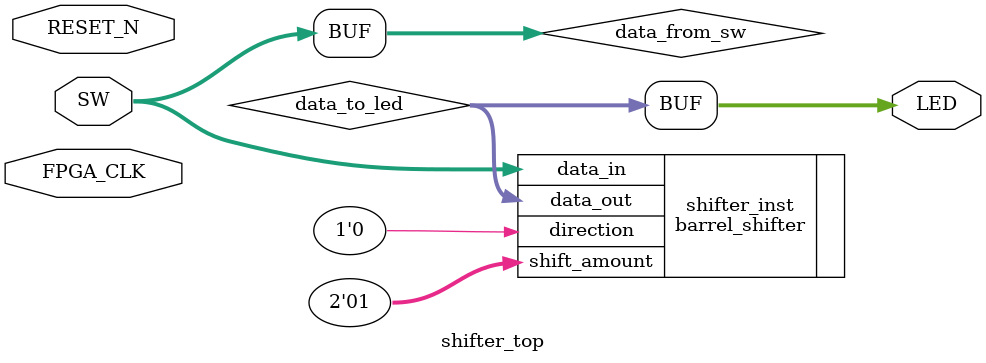
<source format=v>





module shifter_top (
    // Входы от аппаратной платформы
    input        FPGA_CLK,
    input        RESET_N,
    input  [3:0] SW, // 4 DIP-переключателя для входных данных

    // Выходы на аппаратную платформу
    output [3:0] LED  // 4 светодиода для отображения результата
);
    // --- Параметры для теста ---
    // Меняйте эти значения для проверки разных режимов работы
    localparam SHIFT_DIR = 1'b0;  // Направление: 0 = влево, 1 = вправо
    localparam SHIFT_VAL = 2'b01; // Величина сдвига (от 0 до 3)

    // Промежуточные провода для наглядности соединений
    wire [3:0] data_from_sw;
    wire [3:0] data_to_led;

    // Прямое соединение физических портов с проводами
    assign data_from_sw = SW;
    assign LED = data_to_led;

    // Создание экземпляра (инстанцирование) модуля barrel_shifter
    barrel_shifter #(
        .DATA_WIDTH(4) // Явно указываем разрядность для этого экземпляра
        //.SHIFT_TYPE("ARITHMETIC") // Раскомментируйте для проверки арифм. сдвига
    ) shifter_inst (
        .data_in(data_from_sw),
        .shift_amount(SHIFT_VAL),   // Подключаем константу
        .direction(SHIFT_DIR),      // Подключаем константу
        .data_out(data_to_led)
    );

endmodule
</source>
